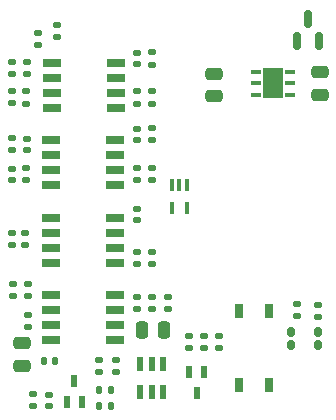
<source format=gbr>
%TF.GenerationSoftware,KiCad,Pcbnew,(6.0.8)*%
%TF.CreationDate,2023-11-13T19:04:35+01:00*%
%TF.ProjectId,BSPD-07,42535044-2d30-4372-9e6b-696361645f70,rev?*%
%TF.SameCoordinates,Original*%
%TF.FileFunction,Paste,Top*%
%TF.FilePolarity,Positive*%
%FSLAX46Y46*%
G04 Gerber Fmt 4.6, Leading zero omitted, Abs format (unit mm)*
G04 Created by KiCad (PCBNEW (6.0.8)) date 2023-11-13 19:04:35*
%MOMM*%
%LPD*%
G01*
G04 APERTURE LIST*
G04 Aperture macros list*
%AMRoundRect*
0 Rectangle with rounded corners*
0 $1 Rounding radius*
0 $2 $3 $4 $5 $6 $7 $8 $9 X,Y pos of 4 corners*
0 Add a 4 corners polygon primitive as box body*
4,1,4,$2,$3,$4,$5,$6,$7,$8,$9,$2,$3,0*
0 Add four circle primitives for the rounded corners*
1,1,$1+$1,$2,$3*
1,1,$1+$1,$4,$5*
1,1,$1+$1,$6,$7*
1,1,$1+$1,$8,$9*
0 Add four rect primitives between the rounded corners*
20,1,$1+$1,$2,$3,$4,$5,0*
20,1,$1+$1,$4,$5,$6,$7,0*
20,1,$1+$1,$6,$7,$8,$9,0*
20,1,$1+$1,$8,$9,$2,$3,0*%
G04 Aperture macros list end*
%ADD10RoundRect,0.135000X-0.185000X0.135000X-0.185000X-0.135000X0.185000X-0.135000X0.185000X0.135000X0*%
%ADD11RoundRect,0.140000X0.170000X-0.140000X0.170000X0.140000X-0.170000X0.140000X-0.170000X-0.140000X0*%
%ADD12RoundRect,0.135000X0.185000X-0.135000X0.185000X0.135000X-0.185000X0.135000X-0.185000X-0.135000X0*%
%ADD13RoundRect,0.250000X0.475000X-0.250000X0.475000X0.250000X-0.475000X0.250000X-0.475000X-0.250000X0*%
%ADD14RoundRect,0.147500X-0.172500X0.147500X-0.172500X-0.147500X0.172500X-0.147500X0.172500X0.147500X0*%
%ADD15R,1.528000X0.650000*%
%ADD16RoundRect,0.140000X0.140000X0.170000X-0.140000X0.170000X-0.140000X-0.170000X0.140000X-0.170000X0*%
%ADD17RoundRect,0.250000X-0.250000X-0.475000X0.250000X-0.475000X0.250000X0.475000X-0.250000X0.475000X0*%
%ADD18RoundRect,0.160000X0.160000X-0.222500X0.160000X0.222500X-0.160000X0.222500X-0.160000X-0.222500X0*%
%ADD19RoundRect,0.135000X0.135000X0.185000X-0.135000X0.185000X-0.135000X-0.185000X0.135000X-0.185000X0*%
%ADD20R,0.850000X0.300000*%
%ADD21R,1.700000X2.500000*%
%ADD22RoundRect,0.140000X-0.170000X0.140000X-0.170000X-0.140000X0.170000X-0.140000X0.170000X0.140000X0*%
%ADD23RoundRect,0.250000X-0.475000X0.250000X-0.475000X-0.250000X0.475000X-0.250000X0.475000X0.250000X0*%
%ADD24R,0.400000X1.050000*%
%ADD25R,0.800000X1.200000*%
%ADD26R,0.600000X1.300000*%
%ADD27R,0.500000X1.100000*%
%ADD28RoundRect,0.150000X0.150000X-0.587500X0.150000X0.587500X-0.150000X0.587500X-0.150000X-0.587500X0*%
G04 APERTURE END LIST*
D10*
%TO.C,R32*%
X154787600Y-102461600D03*
X154787600Y-103481600D03*
%TD*%
%TO.C,R31*%
X153212800Y-103172800D03*
X153212800Y-104192800D03*
%TD*%
D11*
%TO.C,C11*%
X152247600Y-113052800D03*
X152247600Y-112092800D03*
%TD*%
%TO.C,C10*%
X152298400Y-106601200D03*
X152298400Y-105641200D03*
%TD*%
D10*
%TO.C,R18*%
X152095200Y-120103900D03*
X152095200Y-121123900D03*
%TD*%
D12*
%TO.C,R23*%
X176911000Y-127193500D03*
X176911000Y-126173500D03*
%TD*%
%TO.C,R15*%
X152349200Y-128016000D03*
X152349200Y-126996000D03*
%TD*%
D13*
%TO.C,C5*%
X151841200Y-131328200D03*
X151841200Y-129428200D03*
%TD*%
D14*
%TO.C,D2*%
X150977600Y-114627800D03*
X150977600Y-115597800D03*
%TD*%
D12*
%TO.C,R4*%
X161550800Y-109120400D03*
X161550800Y-108100400D03*
%TD*%
D10*
%TO.C,R30*%
X161544000Y-121664000D03*
X161544000Y-122684000D03*
%TD*%
D15*
%TO.C,IC1*%
X154394800Y-105689400D03*
X154394800Y-106959400D03*
X154394800Y-108229400D03*
X154394800Y-109499400D03*
X159816800Y-109499400D03*
X159816800Y-108229400D03*
X159816800Y-106959400D03*
X159816800Y-105689400D03*
%TD*%
D16*
%TO.C,C4*%
X154658000Y-130937000D03*
X153698000Y-130937000D03*
%TD*%
D17*
%TO.C,C3*%
X161991000Y-128270000D03*
X163891000Y-128270000D03*
%TD*%
D12*
%TO.C,R29*%
X162864800Y-122684000D03*
X162864800Y-121664000D03*
%TD*%
%TO.C,R5*%
X152203600Y-115584700D03*
X152203600Y-114564700D03*
%TD*%
%TO.C,R12*%
X164211000Y-126494000D03*
X164211000Y-125474000D03*
%TD*%
%TO.C,R7*%
X162868800Y-109120400D03*
X162868800Y-108100400D03*
%TD*%
%TO.C,R20*%
X152806400Y-134751600D03*
X152806400Y-133731600D03*
%TD*%
D18*
%TO.C,D4*%
X174625000Y-129604500D03*
X174625000Y-128459500D03*
%TD*%
%TO.C,D3*%
X176911000Y-129604500D03*
X176911000Y-128459500D03*
%TD*%
D12*
%TO.C,R11*%
X161598800Y-126492000D03*
X161598800Y-125472000D03*
%TD*%
D19*
%TO.C,R21*%
X159387000Y-134747000D03*
X158367000Y-134747000D03*
%TD*%
D15*
%TO.C,IC2*%
X154311800Y-112189800D03*
X154311800Y-113459800D03*
X154311800Y-114729800D03*
X154311800Y-115999800D03*
X159733800Y-115999800D03*
X159733800Y-114729800D03*
X159733800Y-113459800D03*
X159733800Y-112189800D03*
%TD*%
D20*
%TO.C,IC4*%
X174548200Y-108366600D03*
X174548200Y-107416600D03*
X174548200Y-106466600D03*
X171648200Y-106466600D03*
X171648200Y-107416600D03*
X171648200Y-108366600D03*
D21*
X173098200Y-107416600D03*
%TD*%
D22*
%TO.C,C2*%
X161544000Y-111252600D03*
X161544000Y-112212600D03*
%TD*%
D14*
%TO.C,D1*%
X150981600Y-108098000D03*
X150981600Y-109068000D03*
%TD*%
D23*
%TO.C,C6*%
X177035200Y-106466600D03*
X177035200Y-108366600D03*
%TD*%
D12*
%TO.C,R9*%
X162820800Y-105818400D03*
X162820800Y-104798400D03*
%TD*%
D24*
%TO.C,IC5*%
X165804800Y-116042400D03*
X165154800Y-116042400D03*
X164504800Y-116042400D03*
X164504800Y-117942400D03*
X165804800Y-117942400D03*
%TD*%
D15*
%TO.C,IC6*%
X154286400Y-118795800D03*
X154286400Y-120065800D03*
X154286400Y-121335800D03*
X154286400Y-122605800D03*
X159708400Y-122605800D03*
X159708400Y-121335800D03*
X159708400Y-120065800D03*
X159708400Y-118795800D03*
%TD*%
%TO.C,IC3*%
X159708400Y-129157000D03*
X159708400Y-127887000D03*
X159708400Y-126617000D03*
X159708400Y-125347000D03*
X154286400Y-125347000D03*
X154286400Y-126617000D03*
X154286400Y-127887000D03*
X154286400Y-129157000D03*
%TD*%
D25*
%TO.C,U2*%
X170180000Y-132944000D03*
X172720000Y-132944000D03*
X172720000Y-126644000D03*
X170180000Y-126644000D03*
%TD*%
D12*
%TO.C,R26*%
X152349200Y-125434000D03*
X152349200Y-124414000D03*
%TD*%
%TO.C,R10*%
X162890200Y-112217200D03*
X162890200Y-111197200D03*
%TD*%
%TO.C,R27*%
X150977600Y-121109200D03*
X150977600Y-120089200D03*
%TD*%
D10*
%TO.C,R16*%
X159766000Y-130808000D03*
X159766000Y-131828000D03*
%TD*%
D19*
%TO.C,R14*%
X159387000Y-133350000D03*
X158367000Y-133350000D03*
%TD*%
D12*
%TO.C,R8*%
X162864800Y-115620800D03*
X162864800Y-114600800D03*
%TD*%
D23*
%TO.C,C7*%
X168097200Y-106608800D03*
X168097200Y-108508800D03*
%TD*%
D10*
%TO.C,R28*%
X167259000Y-128776000D03*
X167259000Y-129796000D03*
%TD*%
%TO.C,R2*%
X150977600Y-112062800D03*
X150977600Y-113082800D03*
%TD*%
D12*
%TO.C,R19*%
X165989000Y-129796000D03*
X165989000Y-128776000D03*
%TD*%
%TO.C,R3*%
X152200800Y-109118400D03*
X152200800Y-108098400D03*
%TD*%
%TO.C,R22*%
X168529000Y-129796000D03*
X168529000Y-128776000D03*
%TD*%
D10*
%TO.C,R25*%
X151079200Y-124414000D03*
X151079200Y-125434000D03*
%TD*%
%TO.C,R1*%
X151028400Y-105611200D03*
X151028400Y-106631200D03*
%TD*%
D12*
%TO.C,R24*%
X175133000Y-127129000D03*
X175133000Y-126109000D03*
%TD*%
%TO.C,R6*%
X161594800Y-115620800D03*
X161594800Y-114600800D03*
%TD*%
D22*
%TO.C,C1*%
X161550800Y-104828400D03*
X161550800Y-105788400D03*
%TD*%
D26*
%TO.C,Q1*%
X163764000Y-131134000D03*
X162814000Y-131134000D03*
X161864000Y-131134000D03*
X161864000Y-133534000D03*
X162814000Y-133534000D03*
X163764000Y-133534000D03*
%TD*%
D27*
%TO.C,Q3*%
X167274000Y-131815000D03*
X165974000Y-131815000D03*
X166624000Y-133615000D03*
%TD*%
D28*
%TO.C,Q4*%
X175120000Y-103832900D03*
X177020000Y-103832900D03*
X176070000Y-101957900D03*
%TD*%
D12*
%TO.C,R13*%
X162868800Y-126492000D03*
X162868800Y-125472000D03*
%TD*%
D22*
%TO.C,C8*%
X154127200Y-133761600D03*
X154127200Y-134721600D03*
%TD*%
D10*
%TO.C,R17*%
X158369000Y-130801200D03*
X158369000Y-131821200D03*
%TD*%
D27*
%TO.C,Q2*%
X155610800Y-134416800D03*
X156910800Y-134416800D03*
X156260800Y-132616800D03*
%TD*%
D22*
%TO.C,C9*%
X161544000Y-118011000D03*
X161544000Y-118971000D03*
%TD*%
M02*

</source>
